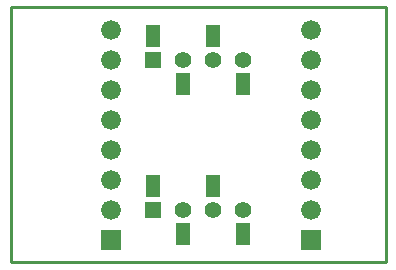
<source format=gts>
G04 (created by PCBNEW-RS274X (20100406 SVN-R2509)-final) date Tue 04 May 2010 02:57:58 PM PDT*
G01*
G70*
G90*
%MOIN*%
G04 Gerber Fmt 3.4, Leading zero omitted, Abs format*
%FSLAX34Y34*%
G04 APERTURE LIST*
%ADD10C,0.001000*%
%ADD11C,0.009000*%
%ADD12R,0.066000X0.066000*%
%ADD13C,0.066000*%
%ADD14R,0.056000X0.056000*%
%ADD15C,0.056000*%
%ADD16R,0.046000X0.076000*%
G04 APERTURE END LIST*
G54D10*
G54D11*
X64750Y-36750D02*
X52250Y-36750D01*
X64750Y-45250D02*
X64750Y-36750D01*
X52250Y-45250D02*
X64750Y-45250D01*
X52250Y-36750D02*
X52250Y-45250D01*
G54D12*
X62250Y-44500D03*
G54D13*
X62250Y-43500D03*
X62250Y-42500D03*
X62250Y-41500D03*
X62250Y-40500D03*
X62250Y-39500D03*
X62250Y-38500D03*
X62250Y-37500D03*
G54D12*
X55600Y-44500D03*
G54D13*
X55600Y-43500D03*
X55600Y-42500D03*
X55600Y-41500D03*
X55600Y-40500D03*
X55600Y-39500D03*
X55600Y-38500D03*
X55600Y-37500D03*
G54D14*
X57000Y-43500D03*
G54D15*
X58000Y-43500D03*
X59000Y-43500D03*
X60000Y-43500D03*
G54D16*
X57000Y-42700D03*
X58000Y-44300D03*
X59000Y-42700D03*
X60000Y-44300D03*
G54D14*
X57000Y-38500D03*
G54D15*
X58000Y-38500D03*
X59000Y-38500D03*
X60000Y-38500D03*
G54D16*
X57000Y-37700D03*
X58000Y-39300D03*
X59000Y-37700D03*
X60000Y-39300D03*
M02*

</source>
